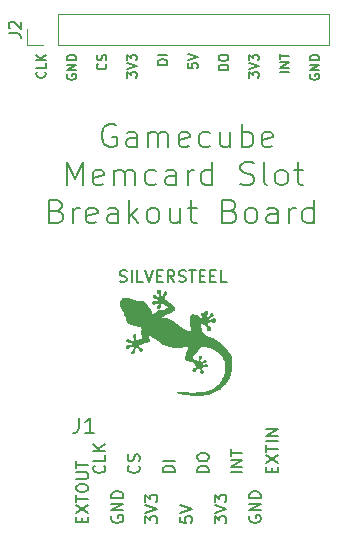
<source format=gbr>
%TF.GenerationSoftware,KiCad,Pcbnew,7.0.7*%
%TF.CreationDate,2024-03-08T17:36:46-05:00*%
%TF.ProjectId,MemcardBreakout,4d656d63-6172-4644-9272-65616b6f7574,rev?*%
%TF.SameCoordinates,Original*%
%TF.FileFunction,Legend,Top*%
%TF.FilePolarity,Positive*%
%FSLAX46Y46*%
G04 Gerber Fmt 4.6, Leading zero omitted, Abs format (unit mm)*
G04 Created by KiCad (PCBNEW 7.0.7) date 2024-03-08 17:36:46*
%MOMM*%
%LPD*%
G01*
G04 APERTURE LIST*
%ADD10C,0.150000*%
%ADD11C,0.200000*%
%ADD12C,0.160000*%
%ADD13C,0.120000*%
G04 APERTURE END LIST*
D10*
X138566760Y-79349600D02*
X138709617Y-79397219D01*
X138709617Y-79397219D02*
X138947712Y-79397219D01*
X138947712Y-79397219D02*
X139042950Y-79349600D01*
X139042950Y-79349600D02*
X139090569Y-79301980D01*
X139090569Y-79301980D02*
X139138188Y-79206742D01*
X139138188Y-79206742D02*
X139138188Y-79111504D01*
X139138188Y-79111504D02*
X139090569Y-79016266D01*
X139090569Y-79016266D02*
X139042950Y-78968647D01*
X139042950Y-78968647D02*
X138947712Y-78921028D01*
X138947712Y-78921028D02*
X138757236Y-78873409D01*
X138757236Y-78873409D02*
X138661998Y-78825790D01*
X138661998Y-78825790D02*
X138614379Y-78778171D01*
X138614379Y-78778171D02*
X138566760Y-78682933D01*
X138566760Y-78682933D02*
X138566760Y-78587695D01*
X138566760Y-78587695D02*
X138614379Y-78492457D01*
X138614379Y-78492457D02*
X138661998Y-78444838D01*
X138661998Y-78444838D02*
X138757236Y-78397219D01*
X138757236Y-78397219D02*
X138995331Y-78397219D01*
X138995331Y-78397219D02*
X139138188Y-78444838D01*
X139566760Y-79397219D02*
X139566760Y-78397219D01*
X140519140Y-79397219D02*
X140042950Y-79397219D01*
X140042950Y-79397219D02*
X140042950Y-78397219D01*
X140709617Y-78397219D02*
X141042950Y-79397219D01*
X141042950Y-79397219D02*
X141376283Y-78397219D01*
X141709617Y-78873409D02*
X142042950Y-78873409D01*
X142185807Y-79397219D02*
X141709617Y-79397219D01*
X141709617Y-79397219D02*
X141709617Y-78397219D01*
X141709617Y-78397219D02*
X142185807Y-78397219D01*
X143185807Y-79397219D02*
X142852474Y-78921028D01*
X142614379Y-79397219D02*
X142614379Y-78397219D01*
X142614379Y-78397219D02*
X142995331Y-78397219D01*
X142995331Y-78397219D02*
X143090569Y-78444838D01*
X143090569Y-78444838D02*
X143138188Y-78492457D01*
X143138188Y-78492457D02*
X143185807Y-78587695D01*
X143185807Y-78587695D02*
X143185807Y-78730552D01*
X143185807Y-78730552D02*
X143138188Y-78825790D01*
X143138188Y-78825790D02*
X143090569Y-78873409D01*
X143090569Y-78873409D02*
X142995331Y-78921028D01*
X142995331Y-78921028D02*
X142614379Y-78921028D01*
X143566760Y-79349600D02*
X143709617Y-79397219D01*
X143709617Y-79397219D02*
X143947712Y-79397219D01*
X143947712Y-79397219D02*
X144042950Y-79349600D01*
X144042950Y-79349600D02*
X144090569Y-79301980D01*
X144090569Y-79301980D02*
X144138188Y-79206742D01*
X144138188Y-79206742D02*
X144138188Y-79111504D01*
X144138188Y-79111504D02*
X144090569Y-79016266D01*
X144090569Y-79016266D02*
X144042950Y-78968647D01*
X144042950Y-78968647D02*
X143947712Y-78921028D01*
X143947712Y-78921028D02*
X143757236Y-78873409D01*
X143757236Y-78873409D02*
X143661998Y-78825790D01*
X143661998Y-78825790D02*
X143614379Y-78778171D01*
X143614379Y-78778171D02*
X143566760Y-78682933D01*
X143566760Y-78682933D02*
X143566760Y-78587695D01*
X143566760Y-78587695D02*
X143614379Y-78492457D01*
X143614379Y-78492457D02*
X143661998Y-78444838D01*
X143661998Y-78444838D02*
X143757236Y-78397219D01*
X143757236Y-78397219D02*
X143995331Y-78397219D01*
X143995331Y-78397219D02*
X144138188Y-78444838D01*
X144423903Y-78397219D02*
X144995331Y-78397219D01*
X144709617Y-79397219D02*
X144709617Y-78397219D01*
X145328665Y-78873409D02*
X145661998Y-78873409D01*
X145804855Y-79397219D02*
X145328665Y-79397219D01*
X145328665Y-79397219D02*
X145328665Y-78397219D01*
X145328665Y-78397219D02*
X145804855Y-78397219D01*
X146233427Y-78873409D02*
X146566760Y-78873409D01*
X146709617Y-79397219D02*
X146233427Y-79397219D01*
X146233427Y-79397219D02*
X146233427Y-78397219D01*
X146233427Y-78397219D02*
X146709617Y-78397219D01*
X147614379Y-79397219D02*
X147138189Y-79397219D01*
X147138189Y-79397219D02*
X147138189Y-78397219D01*
X135363009Y-99739220D02*
X135363009Y-99405887D01*
X135886819Y-99263030D02*
X135886819Y-99739220D01*
X135886819Y-99739220D02*
X134886819Y-99739220D01*
X134886819Y-99739220D02*
X134886819Y-99263030D01*
X134886819Y-98929696D02*
X135886819Y-98263030D01*
X134886819Y-98263030D02*
X135886819Y-98929696D01*
X134886819Y-98024934D02*
X134886819Y-97453506D01*
X135886819Y-97739220D02*
X134886819Y-97739220D01*
X134886819Y-96929696D02*
X134886819Y-96739220D01*
X134886819Y-96739220D02*
X134934438Y-96643982D01*
X134934438Y-96643982D02*
X135029676Y-96548744D01*
X135029676Y-96548744D02*
X135220152Y-96501125D01*
X135220152Y-96501125D02*
X135553485Y-96501125D01*
X135553485Y-96501125D02*
X135743961Y-96548744D01*
X135743961Y-96548744D02*
X135839200Y-96643982D01*
X135839200Y-96643982D02*
X135886819Y-96739220D01*
X135886819Y-96739220D02*
X135886819Y-96929696D01*
X135886819Y-96929696D02*
X135839200Y-97024934D01*
X135839200Y-97024934D02*
X135743961Y-97120172D01*
X135743961Y-97120172D02*
X135553485Y-97167791D01*
X135553485Y-97167791D02*
X135220152Y-97167791D01*
X135220152Y-97167791D02*
X135029676Y-97120172D01*
X135029676Y-97120172D02*
X134934438Y-97024934D01*
X134934438Y-97024934D02*
X134886819Y-96929696D01*
X134886819Y-96072553D02*
X135696342Y-96072553D01*
X135696342Y-96072553D02*
X135791580Y-96024934D01*
X135791580Y-96024934D02*
X135839200Y-95977315D01*
X135839200Y-95977315D02*
X135886819Y-95882077D01*
X135886819Y-95882077D02*
X135886819Y-95691601D01*
X135886819Y-95691601D02*
X135839200Y-95596363D01*
X135839200Y-95596363D02*
X135791580Y-95548744D01*
X135791580Y-95548744D02*
X135696342Y-95501125D01*
X135696342Y-95501125D02*
X134886819Y-95501125D01*
X134886819Y-95167791D02*
X134886819Y-94596363D01*
X135886819Y-94882077D02*
X134886819Y-94882077D01*
X151415809Y-95522820D02*
X151415809Y-95189487D01*
X151939619Y-95046630D02*
X151939619Y-95522820D01*
X151939619Y-95522820D02*
X150939619Y-95522820D01*
X150939619Y-95522820D02*
X150939619Y-95046630D01*
X150939619Y-94713296D02*
X151939619Y-94046630D01*
X150939619Y-94046630D02*
X151939619Y-94713296D01*
X150939619Y-93808534D02*
X150939619Y-93237106D01*
X151939619Y-93522820D02*
X150939619Y-93522820D01*
X151939619Y-92903772D02*
X150939619Y-92903772D01*
X151939619Y-92427582D02*
X150939619Y-92427582D01*
X150939619Y-92427582D02*
X151939619Y-91856154D01*
X151939619Y-91856154D02*
X150939619Y-91856154D01*
X148942419Y-95522820D02*
X147942419Y-95522820D01*
X148942419Y-95046630D02*
X147942419Y-95046630D01*
X147942419Y-95046630D02*
X148942419Y-94475202D01*
X148942419Y-94475202D02*
X147942419Y-94475202D01*
X147942419Y-94141868D02*
X147942419Y-93570440D01*
X148942419Y-93856154D02*
X147942419Y-93856154D01*
X146123019Y-95522820D02*
X145123019Y-95522820D01*
X145123019Y-95522820D02*
X145123019Y-95284725D01*
X145123019Y-95284725D02*
X145170638Y-95141868D01*
X145170638Y-95141868D02*
X145265876Y-95046630D01*
X145265876Y-95046630D02*
X145361114Y-94999011D01*
X145361114Y-94999011D02*
X145551590Y-94951392D01*
X145551590Y-94951392D02*
X145694447Y-94951392D01*
X145694447Y-94951392D02*
X145884923Y-94999011D01*
X145884923Y-94999011D02*
X145980161Y-95046630D01*
X145980161Y-95046630D02*
X146075400Y-95141868D01*
X146075400Y-95141868D02*
X146123019Y-95284725D01*
X146123019Y-95284725D02*
X146123019Y-95522820D01*
X145123019Y-94332344D02*
X145123019Y-94141868D01*
X145123019Y-94141868D02*
X145170638Y-94046630D01*
X145170638Y-94046630D02*
X145265876Y-93951392D01*
X145265876Y-93951392D02*
X145456352Y-93903773D01*
X145456352Y-93903773D02*
X145789685Y-93903773D01*
X145789685Y-93903773D02*
X145980161Y-93951392D01*
X145980161Y-93951392D02*
X146075400Y-94046630D01*
X146075400Y-94046630D02*
X146123019Y-94141868D01*
X146123019Y-94141868D02*
X146123019Y-94332344D01*
X146123019Y-94332344D02*
X146075400Y-94427582D01*
X146075400Y-94427582D02*
X145980161Y-94522820D01*
X145980161Y-94522820D02*
X145789685Y-94570439D01*
X145789685Y-94570439D02*
X145456352Y-94570439D01*
X145456352Y-94570439D02*
X145265876Y-94522820D01*
X145265876Y-94522820D02*
X145170638Y-94427582D01*
X145170638Y-94427582D02*
X145123019Y-94332344D01*
X143202019Y-95522820D02*
X142202019Y-95522820D01*
X142202019Y-95522820D02*
X142202019Y-95284725D01*
X142202019Y-95284725D02*
X142249638Y-95141868D01*
X142249638Y-95141868D02*
X142344876Y-95046630D01*
X142344876Y-95046630D02*
X142440114Y-94999011D01*
X142440114Y-94999011D02*
X142630590Y-94951392D01*
X142630590Y-94951392D02*
X142773447Y-94951392D01*
X142773447Y-94951392D02*
X142963923Y-94999011D01*
X142963923Y-94999011D02*
X143059161Y-95046630D01*
X143059161Y-95046630D02*
X143154400Y-95141868D01*
X143154400Y-95141868D02*
X143202019Y-95284725D01*
X143202019Y-95284725D02*
X143202019Y-95522820D01*
X143202019Y-94522820D02*
X142202019Y-94522820D01*
X140160380Y-94951392D02*
X140208000Y-94999011D01*
X140208000Y-94999011D02*
X140255619Y-95141868D01*
X140255619Y-95141868D02*
X140255619Y-95237106D01*
X140255619Y-95237106D02*
X140208000Y-95379963D01*
X140208000Y-95379963D02*
X140112761Y-95475201D01*
X140112761Y-95475201D02*
X140017523Y-95522820D01*
X140017523Y-95522820D02*
X139827047Y-95570439D01*
X139827047Y-95570439D02*
X139684190Y-95570439D01*
X139684190Y-95570439D02*
X139493714Y-95522820D01*
X139493714Y-95522820D02*
X139398476Y-95475201D01*
X139398476Y-95475201D02*
X139303238Y-95379963D01*
X139303238Y-95379963D02*
X139255619Y-95237106D01*
X139255619Y-95237106D02*
X139255619Y-95141868D01*
X139255619Y-95141868D02*
X139303238Y-94999011D01*
X139303238Y-94999011D02*
X139350857Y-94951392D01*
X140208000Y-94570439D02*
X140255619Y-94427582D01*
X140255619Y-94427582D02*
X140255619Y-94189487D01*
X140255619Y-94189487D02*
X140208000Y-94094249D01*
X140208000Y-94094249D02*
X140160380Y-94046630D01*
X140160380Y-94046630D02*
X140065142Y-93999011D01*
X140065142Y-93999011D02*
X139969904Y-93999011D01*
X139969904Y-93999011D02*
X139874666Y-94046630D01*
X139874666Y-94046630D02*
X139827047Y-94094249D01*
X139827047Y-94094249D02*
X139779428Y-94189487D01*
X139779428Y-94189487D02*
X139731809Y-94379963D01*
X139731809Y-94379963D02*
X139684190Y-94475201D01*
X139684190Y-94475201D02*
X139636571Y-94522820D01*
X139636571Y-94522820D02*
X139541333Y-94570439D01*
X139541333Y-94570439D02*
X139446095Y-94570439D01*
X139446095Y-94570439D02*
X139350857Y-94522820D01*
X139350857Y-94522820D02*
X139303238Y-94475201D01*
X139303238Y-94475201D02*
X139255619Y-94379963D01*
X139255619Y-94379963D02*
X139255619Y-94141868D01*
X139255619Y-94141868D02*
X139303238Y-93999011D01*
X149564838Y-99215411D02*
X149517219Y-99310649D01*
X149517219Y-99310649D02*
X149517219Y-99453506D01*
X149517219Y-99453506D02*
X149564838Y-99596363D01*
X149564838Y-99596363D02*
X149660076Y-99691601D01*
X149660076Y-99691601D02*
X149755314Y-99739220D01*
X149755314Y-99739220D02*
X149945790Y-99786839D01*
X149945790Y-99786839D02*
X150088647Y-99786839D01*
X150088647Y-99786839D02*
X150279123Y-99739220D01*
X150279123Y-99739220D02*
X150374361Y-99691601D01*
X150374361Y-99691601D02*
X150469600Y-99596363D01*
X150469600Y-99596363D02*
X150517219Y-99453506D01*
X150517219Y-99453506D02*
X150517219Y-99358268D01*
X150517219Y-99358268D02*
X150469600Y-99215411D01*
X150469600Y-99215411D02*
X150421980Y-99167792D01*
X150421980Y-99167792D02*
X150088647Y-99167792D01*
X150088647Y-99167792D02*
X150088647Y-99358268D01*
X150517219Y-98739220D02*
X149517219Y-98739220D01*
X149517219Y-98739220D02*
X150517219Y-98167792D01*
X150517219Y-98167792D02*
X149517219Y-98167792D01*
X150517219Y-97691601D02*
X149517219Y-97691601D01*
X149517219Y-97691601D02*
X149517219Y-97453506D01*
X149517219Y-97453506D02*
X149564838Y-97310649D01*
X149564838Y-97310649D02*
X149660076Y-97215411D01*
X149660076Y-97215411D02*
X149755314Y-97167792D01*
X149755314Y-97167792D02*
X149945790Y-97120173D01*
X149945790Y-97120173D02*
X150088647Y-97120173D01*
X150088647Y-97120173D02*
X150279123Y-97167792D01*
X150279123Y-97167792D02*
X150374361Y-97215411D01*
X150374361Y-97215411D02*
X150469600Y-97310649D01*
X150469600Y-97310649D02*
X150517219Y-97453506D01*
X150517219Y-97453506D02*
X150517219Y-97691601D01*
X146596219Y-99834458D02*
X146596219Y-99215411D01*
X146596219Y-99215411D02*
X146977171Y-99548744D01*
X146977171Y-99548744D02*
X146977171Y-99405887D01*
X146977171Y-99405887D02*
X147024790Y-99310649D01*
X147024790Y-99310649D02*
X147072409Y-99263030D01*
X147072409Y-99263030D02*
X147167647Y-99215411D01*
X147167647Y-99215411D02*
X147405742Y-99215411D01*
X147405742Y-99215411D02*
X147500980Y-99263030D01*
X147500980Y-99263030D02*
X147548600Y-99310649D01*
X147548600Y-99310649D02*
X147596219Y-99405887D01*
X147596219Y-99405887D02*
X147596219Y-99691601D01*
X147596219Y-99691601D02*
X147548600Y-99786839D01*
X147548600Y-99786839D02*
X147500980Y-99834458D01*
X146596219Y-98929696D02*
X147596219Y-98596363D01*
X147596219Y-98596363D02*
X146596219Y-98263030D01*
X146596219Y-98024934D02*
X146596219Y-97405887D01*
X146596219Y-97405887D02*
X146977171Y-97739220D01*
X146977171Y-97739220D02*
X146977171Y-97596363D01*
X146977171Y-97596363D02*
X147024790Y-97501125D01*
X147024790Y-97501125D02*
X147072409Y-97453506D01*
X147072409Y-97453506D02*
X147167647Y-97405887D01*
X147167647Y-97405887D02*
X147405742Y-97405887D01*
X147405742Y-97405887D02*
X147500980Y-97453506D01*
X147500980Y-97453506D02*
X147548600Y-97501125D01*
X147548600Y-97501125D02*
X147596219Y-97596363D01*
X147596219Y-97596363D02*
X147596219Y-97882077D01*
X147596219Y-97882077D02*
X147548600Y-97977315D01*
X147548600Y-97977315D02*
X147500980Y-98024934D01*
X143675219Y-99263030D02*
X143675219Y-99739220D01*
X143675219Y-99739220D02*
X144151409Y-99786839D01*
X144151409Y-99786839D02*
X144103790Y-99739220D01*
X144103790Y-99739220D02*
X144056171Y-99643982D01*
X144056171Y-99643982D02*
X144056171Y-99405887D01*
X144056171Y-99405887D02*
X144103790Y-99310649D01*
X144103790Y-99310649D02*
X144151409Y-99263030D01*
X144151409Y-99263030D02*
X144246647Y-99215411D01*
X144246647Y-99215411D02*
X144484742Y-99215411D01*
X144484742Y-99215411D02*
X144579980Y-99263030D01*
X144579980Y-99263030D02*
X144627600Y-99310649D01*
X144627600Y-99310649D02*
X144675219Y-99405887D01*
X144675219Y-99405887D02*
X144675219Y-99643982D01*
X144675219Y-99643982D02*
X144627600Y-99739220D01*
X144627600Y-99739220D02*
X144579980Y-99786839D01*
X143675219Y-98929696D02*
X144675219Y-98596363D01*
X144675219Y-98596363D02*
X143675219Y-98263030D01*
X140728819Y-99834458D02*
X140728819Y-99215411D01*
X140728819Y-99215411D02*
X141109771Y-99548744D01*
X141109771Y-99548744D02*
X141109771Y-99405887D01*
X141109771Y-99405887D02*
X141157390Y-99310649D01*
X141157390Y-99310649D02*
X141205009Y-99263030D01*
X141205009Y-99263030D02*
X141300247Y-99215411D01*
X141300247Y-99215411D02*
X141538342Y-99215411D01*
X141538342Y-99215411D02*
X141633580Y-99263030D01*
X141633580Y-99263030D02*
X141681200Y-99310649D01*
X141681200Y-99310649D02*
X141728819Y-99405887D01*
X141728819Y-99405887D02*
X141728819Y-99691601D01*
X141728819Y-99691601D02*
X141681200Y-99786839D01*
X141681200Y-99786839D02*
X141633580Y-99834458D01*
X140728819Y-98929696D02*
X141728819Y-98596363D01*
X141728819Y-98596363D02*
X140728819Y-98263030D01*
X140728819Y-98024934D02*
X140728819Y-97405887D01*
X140728819Y-97405887D02*
X141109771Y-97739220D01*
X141109771Y-97739220D02*
X141109771Y-97596363D01*
X141109771Y-97596363D02*
X141157390Y-97501125D01*
X141157390Y-97501125D02*
X141205009Y-97453506D01*
X141205009Y-97453506D02*
X141300247Y-97405887D01*
X141300247Y-97405887D02*
X141538342Y-97405887D01*
X141538342Y-97405887D02*
X141633580Y-97453506D01*
X141633580Y-97453506D02*
X141681200Y-97501125D01*
X141681200Y-97501125D02*
X141728819Y-97596363D01*
X141728819Y-97596363D02*
X141728819Y-97882077D01*
X141728819Y-97882077D02*
X141681200Y-97977315D01*
X141681200Y-97977315D02*
X141633580Y-98024934D01*
X137906238Y-99215411D02*
X137858619Y-99310649D01*
X137858619Y-99310649D02*
X137858619Y-99453506D01*
X137858619Y-99453506D02*
X137906238Y-99596363D01*
X137906238Y-99596363D02*
X138001476Y-99691601D01*
X138001476Y-99691601D02*
X138096714Y-99739220D01*
X138096714Y-99739220D02*
X138287190Y-99786839D01*
X138287190Y-99786839D02*
X138430047Y-99786839D01*
X138430047Y-99786839D02*
X138620523Y-99739220D01*
X138620523Y-99739220D02*
X138715761Y-99691601D01*
X138715761Y-99691601D02*
X138811000Y-99596363D01*
X138811000Y-99596363D02*
X138858619Y-99453506D01*
X138858619Y-99453506D02*
X138858619Y-99358268D01*
X138858619Y-99358268D02*
X138811000Y-99215411D01*
X138811000Y-99215411D02*
X138763380Y-99167792D01*
X138763380Y-99167792D02*
X138430047Y-99167792D01*
X138430047Y-99167792D02*
X138430047Y-99358268D01*
X138858619Y-98739220D02*
X137858619Y-98739220D01*
X137858619Y-98739220D02*
X138858619Y-98167792D01*
X138858619Y-98167792D02*
X137858619Y-98167792D01*
X138858619Y-97691601D02*
X137858619Y-97691601D01*
X137858619Y-97691601D02*
X137858619Y-97453506D01*
X137858619Y-97453506D02*
X137906238Y-97310649D01*
X137906238Y-97310649D02*
X138001476Y-97215411D01*
X138001476Y-97215411D02*
X138096714Y-97167792D01*
X138096714Y-97167792D02*
X138287190Y-97120173D01*
X138287190Y-97120173D02*
X138430047Y-97120173D01*
X138430047Y-97120173D02*
X138620523Y-97167792D01*
X138620523Y-97167792D02*
X138715761Y-97215411D01*
X138715761Y-97215411D02*
X138811000Y-97310649D01*
X138811000Y-97310649D02*
X138858619Y-97453506D01*
X138858619Y-97453506D02*
X138858619Y-97691601D01*
X137239380Y-94951392D02*
X137287000Y-94999011D01*
X137287000Y-94999011D02*
X137334619Y-95141868D01*
X137334619Y-95141868D02*
X137334619Y-95237106D01*
X137334619Y-95237106D02*
X137287000Y-95379963D01*
X137287000Y-95379963D02*
X137191761Y-95475201D01*
X137191761Y-95475201D02*
X137096523Y-95522820D01*
X137096523Y-95522820D02*
X136906047Y-95570439D01*
X136906047Y-95570439D02*
X136763190Y-95570439D01*
X136763190Y-95570439D02*
X136572714Y-95522820D01*
X136572714Y-95522820D02*
X136477476Y-95475201D01*
X136477476Y-95475201D02*
X136382238Y-95379963D01*
X136382238Y-95379963D02*
X136334619Y-95237106D01*
X136334619Y-95237106D02*
X136334619Y-95141868D01*
X136334619Y-95141868D02*
X136382238Y-94999011D01*
X136382238Y-94999011D02*
X136429857Y-94951392D01*
X137334619Y-94046630D02*
X137334619Y-94522820D01*
X137334619Y-94522820D02*
X136334619Y-94522820D01*
X137334619Y-93713296D02*
X136334619Y-93713296D01*
X137334619Y-93141868D02*
X136763190Y-93570439D01*
X136334619Y-93141868D02*
X136906047Y-93713296D01*
D11*
X138205217Y-66101476D02*
X138014741Y-66006238D01*
X138014741Y-66006238D02*
X137729027Y-66006238D01*
X137729027Y-66006238D02*
X137443312Y-66101476D01*
X137443312Y-66101476D02*
X137252836Y-66291952D01*
X137252836Y-66291952D02*
X137157598Y-66482428D01*
X137157598Y-66482428D02*
X137062360Y-66863380D01*
X137062360Y-66863380D02*
X137062360Y-67149095D01*
X137062360Y-67149095D02*
X137157598Y-67530047D01*
X137157598Y-67530047D02*
X137252836Y-67720523D01*
X137252836Y-67720523D02*
X137443312Y-67911000D01*
X137443312Y-67911000D02*
X137729027Y-68006238D01*
X137729027Y-68006238D02*
X137919503Y-68006238D01*
X137919503Y-68006238D02*
X138205217Y-67911000D01*
X138205217Y-67911000D02*
X138300455Y-67815761D01*
X138300455Y-67815761D02*
X138300455Y-67149095D01*
X138300455Y-67149095D02*
X137919503Y-67149095D01*
X140014741Y-68006238D02*
X140014741Y-66958619D01*
X140014741Y-66958619D02*
X139919503Y-66768142D01*
X139919503Y-66768142D02*
X139729027Y-66672904D01*
X139729027Y-66672904D02*
X139348074Y-66672904D01*
X139348074Y-66672904D02*
X139157598Y-66768142D01*
X140014741Y-67911000D02*
X139824265Y-68006238D01*
X139824265Y-68006238D02*
X139348074Y-68006238D01*
X139348074Y-68006238D02*
X139157598Y-67911000D01*
X139157598Y-67911000D02*
X139062360Y-67720523D01*
X139062360Y-67720523D02*
X139062360Y-67530047D01*
X139062360Y-67530047D02*
X139157598Y-67339571D01*
X139157598Y-67339571D02*
X139348074Y-67244333D01*
X139348074Y-67244333D02*
X139824265Y-67244333D01*
X139824265Y-67244333D02*
X140014741Y-67149095D01*
X140967122Y-68006238D02*
X140967122Y-66672904D01*
X140967122Y-66863380D02*
X141062360Y-66768142D01*
X141062360Y-66768142D02*
X141252836Y-66672904D01*
X141252836Y-66672904D02*
X141538551Y-66672904D01*
X141538551Y-66672904D02*
X141729027Y-66768142D01*
X141729027Y-66768142D02*
X141824265Y-66958619D01*
X141824265Y-66958619D02*
X141824265Y-68006238D01*
X141824265Y-66958619D02*
X141919503Y-66768142D01*
X141919503Y-66768142D02*
X142109979Y-66672904D01*
X142109979Y-66672904D02*
X142395693Y-66672904D01*
X142395693Y-66672904D02*
X142586170Y-66768142D01*
X142586170Y-66768142D02*
X142681408Y-66958619D01*
X142681408Y-66958619D02*
X142681408Y-68006238D01*
X144395694Y-67911000D02*
X144205218Y-68006238D01*
X144205218Y-68006238D02*
X143824265Y-68006238D01*
X143824265Y-68006238D02*
X143633789Y-67911000D01*
X143633789Y-67911000D02*
X143538551Y-67720523D01*
X143538551Y-67720523D02*
X143538551Y-66958619D01*
X143538551Y-66958619D02*
X143633789Y-66768142D01*
X143633789Y-66768142D02*
X143824265Y-66672904D01*
X143824265Y-66672904D02*
X144205218Y-66672904D01*
X144205218Y-66672904D02*
X144395694Y-66768142D01*
X144395694Y-66768142D02*
X144490932Y-66958619D01*
X144490932Y-66958619D02*
X144490932Y-67149095D01*
X144490932Y-67149095D02*
X143538551Y-67339571D01*
X146205218Y-67911000D02*
X146014742Y-68006238D01*
X146014742Y-68006238D02*
X145633789Y-68006238D01*
X145633789Y-68006238D02*
X145443313Y-67911000D01*
X145443313Y-67911000D02*
X145348075Y-67815761D01*
X145348075Y-67815761D02*
X145252837Y-67625285D01*
X145252837Y-67625285D02*
X145252837Y-67053857D01*
X145252837Y-67053857D02*
X145348075Y-66863380D01*
X145348075Y-66863380D02*
X145443313Y-66768142D01*
X145443313Y-66768142D02*
X145633789Y-66672904D01*
X145633789Y-66672904D02*
X146014742Y-66672904D01*
X146014742Y-66672904D02*
X146205218Y-66768142D01*
X147919504Y-66672904D02*
X147919504Y-68006238D01*
X147062361Y-66672904D02*
X147062361Y-67720523D01*
X147062361Y-67720523D02*
X147157599Y-67911000D01*
X147157599Y-67911000D02*
X147348075Y-68006238D01*
X147348075Y-68006238D02*
X147633790Y-68006238D01*
X147633790Y-68006238D02*
X147824266Y-67911000D01*
X147824266Y-67911000D02*
X147919504Y-67815761D01*
X148871885Y-68006238D02*
X148871885Y-66006238D01*
X148871885Y-66768142D02*
X149062361Y-66672904D01*
X149062361Y-66672904D02*
X149443314Y-66672904D01*
X149443314Y-66672904D02*
X149633790Y-66768142D01*
X149633790Y-66768142D02*
X149729028Y-66863380D01*
X149729028Y-66863380D02*
X149824266Y-67053857D01*
X149824266Y-67053857D02*
X149824266Y-67625285D01*
X149824266Y-67625285D02*
X149729028Y-67815761D01*
X149729028Y-67815761D02*
X149633790Y-67911000D01*
X149633790Y-67911000D02*
X149443314Y-68006238D01*
X149443314Y-68006238D02*
X149062361Y-68006238D01*
X149062361Y-68006238D02*
X148871885Y-67911000D01*
X151443314Y-67911000D02*
X151252838Y-68006238D01*
X151252838Y-68006238D02*
X150871885Y-68006238D01*
X150871885Y-68006238D02*
X150681409Y-67911000D01*
X150681409Y-67911000D02*
X150586171Y-67720523D01*
X150586171Y-67720523D02*
X150586171Y-66958619D01*
X150586171Y-66958619D02*
X150681409Y-66768142D01*
X150681409Y-66768142D02*
X150871885Y-66672904D01*
X150871885Y-66672904D02*
X151252838Y-66672904D01*
X151252838Y-66672904D02*
X151443314Y-66768142D01*
X151443314Y-66768142D02*
X151538552Y-66958619D01*
X151538552Y-66958619D02*
X151538552Y-67149095D01*
X151538552Y-67149095D02*
X150586171Y-67339571D01*
X134109978Y-71226238D02*
X134109978Y-69226238D01*
X134109978Y-69226238D02*
X134776645Y-70654809D01*
X134776645Y-70654809D02*
X135443311Y-69226238D01*
X135443311Y-69226238D02*
X135443311Y-71226238D01*
X137157597Y-71131000D02*
X136967121Y-71226238D01*
X136967121Y-71226238D02*
X136586168Y-71226238D01*
X136586168Y-71226238D02*
X136395692Y-71131000D01*
X136395692Y-71131000D02*
X136300454Y-70940523D01*
X136300454Y-70940523D02*
X136300454Y-70178619D01*
X136300454Y-70178619D02*
X136395692Y-69988142D01*
X136395692Y-69988142D02*
X136586168Y-69892904D01*
X136586168Y-69892904D02*
X136967121Y-69892904D01*
X136967121Y-69892904D02*
X137157597Y-69988142D01*
X137157597Y-69988142D02*
X137252835Y-70178619D01*
X137252835Y-70178619D02*
X137252835Y-70369095D01*
X137252835Y-70369095D02*
X136300454Y-70559571D01*
X138109978Y-71226238D02*
X138109978Y-69892904D01*
X138109978Y-70083380D02*
X138205216Y-69988142D01*
X138205216Y-69988142D02*
X138395692Y-69892904D01*
X138395692Y-69892904D02*
X138681407Y-69892904D01*
X138681407Y-69892904D02*
X138871883Y-69988142D01*
X138871883Y-69988142D02*
X138967121Y-70178619D01*
X138967121Y-70178619D02*
X138967121Y-71226238D01*
X138967121Y-70178619D02*
X139062359Y-69988142D01*
X139062359Y-69988142D02*
X139252835Y-69892904D01*
X139252835Y-69892904D02*
X139538549Y-69892904D01*
X139538549Y-69892904D02*
X139729026Y-69988142D01*
X139729026Y-69988142D02*
X139824264Y-70178619D01*
X139824264Y-70178619D02*
X139824264Y-71226238D01*
X141633788Y-71131000D02*
X141443312Y-71226238D01*
X141443312Y-71226238D02*
X141062359Y-71226238D01*
X141062359Y-71226238D02*
X140871883Y-71131000D01*
X140871883Y-71131000D02*
X140776645Y-71035761D01*
X140776645Y-71035761D02*
X140681407Y-70845285D01*
X140681407Y-70845285D02*
X140681407Y-70273857D01*
X140681407Y-70273857D02*
X140776645Y-70083380D01*
X140776645Y-70083380D02*
X140871883Y-69988142D01*
X140871883Y-69988142D02*
X141062359Y-69892904D01*
X141062359Y-69892904D02*
X141443312Y-69892904D01*
X141443312Y-69892904D02*
X141633788Y-69988142D01*
X143348074Y-71226238D02*
X143348074Y-70178619D01*
X143348074Y-70178619D02*
X143252836Y-69988142D01*
X143252836Y-69988142D02*
X143062360Y-69892904D01*
X143062360Y-69892904D02*
X142681407Y-69892904D01*
X142681407Y-69892904D02*
X142490931Y-69988142D01*
X143348074Y-71131000D02*
X143157598Y-71226238D01*
X143157598Y-71226238D02*
X142681407Y-71226238D01*
X142681407Y-71226238D02*
X142490931Y-71131000D01*
X142490931Y-71131000D02*
X142395693Y-70940523D01*
X142395693Y-70940523D02*
X142395693Y-70750047D01*
X142395693Y-70750047D02*
X142490931Y-70559571D01*
X142490931Y-70559571D02*
X142681407Y-70464333D01*
X142681407Y-70464333D02*
X143157598Y-70464333D01*
X143157598Y-70464333D02*
X143348074Y-70369095D01*
X144300455Y-71226238D02*
X144300455Y-69892904D01*
X144300455Y-70273857D02*
X144395693Y-70083380D01*
X144395693Y-70083380D02*
X144490931Y-69988142D01*
X144490931Y-69988142D02*
X144681407Y-69892904D01*
X144681407Y-69892904D02*
X144871884Y-69892904D01*
X146395693Y-71226238D02*
X146395693Y-69226238D01*
X146395693Y-71131000D02*
X146205217Y-71226238D01*
X146205217Y-71226238D02*
X145824264Y-71226238D01*
X145824264Y-71226238D02*
X145633788Y-71131000D01*
X145633788Y-71131000D02*
X145538550Y-71035761D01*
X145538550Y-71035761D02*
X145443312Y-70845285D01*
X145443312Y-70845285D02*
X145443312Y-70273857D01*
X145443312Y-70273857D02*
X145538550Y-70083380D01*
X145538550Y-70083380D02*
X145633788Y-69988142D01*
X145633788Y-69988142D02*
X145824264Y-69892904D01*
X145824264Y-69892904D02*
X146205217Y-69892904D01*
X146205217Y-69892904D02*
X146395693Y-69988142D01*
X148776646Y-71131000D02*
X149062360Y-71226238D01*
X149062360Y-71226238D02*
X149538551Y-71226238D01*
X149538551Y-71226238D02*
X149729027Y-71131000D01*
X149729027Y-71131000D02*
X149824265Y-71035761D01*
X149824265Y-71035761D02*
X149919503Y-70845285D01*
X149919503Y-70845285D02*
X149919503Y-70654809D01*
X149919503Y-70654809D02*
X149824265Y-70464333D01*
X149824265Y-70464333D02*
X149729027Y-70369095D01*
X149729027Y-70369095D02*
X149538551Y-70273857D01*
X149538551Y-70273857D02*
X149157598Y-70178619D01*
X149157598Y-70178619D02*
X148967122Y-70083380D01*
X148967122Y-70083380D02*
X148871884Y-69988142D01*
X148871884Y-69988142D02*
X148776646Y-69797666D01*
X148776646Y-69797666D02*
X148776646Y-69607190D01*
X148776646Y-69607190D02*
X148871884Y-69416714D01*
X148871884Y-69416714D02*
X148967122Y-69321476D01*
X148967122Y-69321476D02*
X149157598Y-69226238D01*
X149157598Y-69226238D02*
X149633789Y-69226238D01*
X149633789Y-69226238D02*
X149919503Y-69321476D01*
X151062360Y-71226238D02*
X150871884Y-71131000D01*
X150871884Y-71131000D02*
X150776646Y-70940523D01*
X150776646Y-70940523D02*
X150776646Y-69226238D01*
X152109979Y-71226238D02*
X151919503Y-71131000D01*
X151919503Y-71131000D02*
X151824265Y-71035761D01*
X151824265Y-71035761D02*
X151729027Y-70845285D01*
X151729027Y-70845285D02*
X151729027Y-70273857D01*
X151729027Y-70273857D02*
X151824265Y-70083380D01*
X151824265Y-70083380D02*
X151919503Y-69988142D01*
X151919503Y-69988142D02*
X152109979Y-69892904D01*
X152109979Y-69892904D02*
X152395694Y-69892904D01*
X152395694Y-69892904D02*
X152586170Y-69988142D01*
X152586170Y-69988142D02*
X152681408Y-70083380D01*
X152681408Y-70083380D02*
X152776646Y-70273857D01*
X152776646Y-70273857D02*
X152776646Y-70845285D01*
X152776646Y-70845285D02*
X152681408Y-71035761D01*
X152681408Y-71035761D02*
X152586170Y-71131000D01*
X152586170Y-71131000D02*
X152395694Y-71226238D01*
X152395694Y-71226238D02*
X152109979Y-71226238D01*
X153348075Y-69892904D02*
X154109979Y-69892904D01*
X153633789Y-69226238D02*
X153633789Y-70940523D01*
X153633789Y-70940523D02*
X153729027Y-71131000D01*
X153729027Y-71131000D02*
X153919503Y-71226238D01*
X153919503Y-71226238D02*
X154109979Y-71226238D01*
X133252835Y-73398619D02*
X133538549Y-73493857D01*
X133538549Y-73493857D02*
X133633787Y-73589095D01*
X133633787Y-73589095D02*
X133729025Y-73779571D01*
X133729025Y-73779571D02*
X133729025Y-74065285D01*
X133729025Y-74065285D02*
X133633787Y-74255761D01*
X133633787Y-74255761D02*
X133538549Y-74351000D01*
X133538549Y-74351000D02*
X133348073Y-74446238D01*
X133348073Y-74446238D02*
X132586168Y-74446238D01*
X132586168Y-74446238D02*
X132586168Y-72446238D01*
X132586168Y-72446238D02*
X133252835Y-72446238D01*
X133252835Y-72446238D02*
X133443311Y-72541476D01*
X133443311Y-72541476D02*
X133538549Y-72636714D01*
X133538549Y-72636714D02*
X133633787Y-72827190D01*
X133633787Y-72827190D02*
X133633787Y-73017666D01*
X133633787Y-73017666D02*
X133538549Y-73208142D01*
X133538549Y-73208142D02*
X133443311Y-73303380D01*
X133443311Y-73303380D02*
X133252835Y-73398619D01*
X133252835Y-73398619D02*
X132586168Y-73398619D01*
X134586168Y-74446238D02*
X134586168Y-73112904D01*
X134586168Y-73493857D02*
X134681406Y-73303380D01*
X134681406Y-73303380D02*
X134776644Y-73208142D01*
X134776644Y-73208142D02*
X134967120Y-73112904D01*
X134967120Y-73112904D02*
X135157597Y-73112904D01*
X136586168Y-74351000D02*
X136395692Y-74446238D01*
X136395692Y-74446238D02*
X136014739Y-74446238D01*
X136014739Y-74446238D02*
X135824263Y-74351000D01*
X135824263Y-74351000D02*
X135729025Y-74160523D01*
X135729025Y-74160523D02*
X135729025Y-73398619D01*
X135729025Y-73398619D02*
X135824263Y-73208142D01*
X135824263Y-73208142D02*
X136014739Y-73112904D01*
X136014739Y-73112904D02*
X136395692Y-73112904D01*
X136395692Y-73112904D02*
X136586168Y-73208142D01*
X136586168Y-73208142D02*
X136681406Y-73398619D01*
X136681406Y-73398619D02*
X136681406Y-73589095D01*
X136681406Y-73589095D02*
X135729025Y-73779571D01*
X138395692Y-74446238D02*
X138395692Y-73398619D01*
X138395692Y-73398619D02*
X138300454Y-73208142D01*
X138300454Y-73208142D02*
X138109978Y-73112904D01*
X138109978Y-73112904D02*
X137729025Y-73112904D01*
X137729025Y-73112904D02*
X137538549Y-73208142D01*
X138395692Y-74351000D02*
X138205216Y-74446238D01*
X138205216Y-74446238D02*
X137729025Y-74446238D01*
X137729025Y-74446238D02*
X137538549Y-74351000D01*
X137538549Y-74351000D02*
X137443311Y-74160523D01*
X137443311Y-74160523D02*
X137443311Y-73970047D01*
X137443311Y-73970047D02*
X137538549Y-73779571D01*
X137538549Y-73779571D02*
X137729025Y-73684333D01*
X137729025Y-73684333D02*
X138205216Y-73684333D01*
X138205216Y-73684333D02*
X138395692Y-73589095D01*
X139348073Y-74446238D02*
X139348073Y-72446238D01*
X139538549Y-73684333D02*
X140109978Y-74446238D01*
X140109978Y-73112904D02*
X139348073Y-73874809D01*
X141252835Y-74446238D02*
X141062359Y-74351000D01*
X141062359Y-74351000D02*
X140967121Y-74255761D01*
X140967121Y-74255761D02*
X140871883Y-74065285D01*
X140871883Y-74065285D02*
X140871883Y-73493857D01*
X140871883Y-73493857D02*
X140967121Y-73303380D01*
X140967121Y-73303380D02*
X141062359Y-73208142D01*
X141062359Y-73208142D02*
X141252835Y-73112904D01*
X141252835Y-73112904D02*
X141538550Y-73112904D01*
X141538550Y-73112904D02*
X141729026Y-73208142D01*
X141729026Y-73208142D02*
X141824264Y-73303380D01*
X141824264Y-73303380D02*
X141919502Y-73493857D01*
X141919502Y-73493857D02*
X141919502Y-74065285D01*
X141919502Y-74065285D02*
X141824264Y-74255761D01*
X141824264Y-74255761D02*
X141729026Y-74351000D01*
X141729026Y-74351000D02*
X141538550Y-74446238D01*
X141538550Y-74446238D02*
X141252835Y-74446238D01*
X143633788Y-73112904D02*
X143633788Y-74446238D01*
X142776645Y-73112904D02*
X142776645Y-74160523D01*
X142776645Y-74160523D02*
X142871883Y-74351000D01*
X142871883Y-74351000D02*
X143062359Y-74446238D01*
X143062359Y-74446238D02*
X143348074Y-74446238D01*
X143348074Y-74446238D02*
X143538550Y-74351000D01*
X143538550Y-74351000D02*
X143633788Y-74255761D01*
X144300455Y-73112904D02*
X145062359Y-73112904D01*
X144586169Y-72446238D02*
X144586169Y-74160523D01*
X144586169Y-74160523D02*
X144681407Y-74351000D01*
X144681407Y-74351000D02*
X144871883Y-74446238D01*
X144871883Y-74446238D02*
X145062359Y-74446238D01*
X147919503Y-73398619D02*
X148205217Y-73493857D01*
X148205217Y-73493857D02*
X148300455Y-73589095D01*
X148300455Y-73589095D02*
X148395693Y-73779571D01*
X148395693Y-73779571D02*
X148395693Y-74065285D01*
X148395693Y-74065285D02*
X148300455Y-74255761D01*
X148300455Y-74255761D02*
X148205217Y-74351000D01*
X148205217Y-74351000D02*
X148014741Y-74446238D01*
X148014741Y-74446238D02*
X147252836Y-74446238D01*
X147252836Y-74446238D02*
X147252836Y-72446238D01*
X147252836Y-72446238D02*
X147919503Y-72446238D01*
X147919503Y-72446238D02*
X148109979Y-72541476D01*
X148109979Y-72541476D02*
X148205217Y-72636714D01*
X148205217Y-72636714D02*
X148300455Y-72827190D01*
X148300455Y-72827190D02*
X148300455Y-73017666D01*
X148300455Y-73017666D02*
X148205217Y-73208142D01*
X148205217Y-73208142D02*
X148109979Y-73303380D01*
X148109979Y-73303380D02*
X147919503Y-73398619D01*
X147919503Y-73398619D02*
X147252836Y-73398619D01*
X149538550Y-74446238D02*
X149348074Y-74351000D01*
X149348074Y-74351000D02*
X149252836Y-74255761D01*
X149252836Y-74255761D02*
X149157598Y-74065285D01*
X149157598Y-74065285D02*
X149157598Y-73493857D01*
X149157598Y-73493857D02*
X149252836Y-73303380D01*
X149252836Y-73303380D02*
X149348074Y-73208142D01*
X149348074Y-73208142D02*
X149538550Y-73112904D01*
X149538550Y-73112904D02*
X149824265Y-73112904D01*
X149824265Y-73112904D02*
X150014741Y-73208142D01*
X150014741Y-73208142D02*
X150109979Y-73303380D01*
X150109979Y-73303380D02*
X150205217Y-73493857D01*
X150205217Y-73493857D02*
X150205217Y-74065285D01*
X150205217Y-74065285D02*
X150109979Y-74255761D01*
X150109979Y-74255761D02*
X150014741Y-74351000D01*
X150014741Y-74351000D02*
X149824265Y-74446238D01*
X149824265Y-74446238D02*
X149538550Y-74446238D01*
X151919503Y-74446238D02*
X151919503Y-73398619D01*
X151919503Y-73398619D02*
X151824265Y-73208142D01*
X151824265Y-73208142D02*
X151633789Y-73112904D01*
X151633789Y-73112904D02*
X151252836Y-73112904D01*
X151252836Y-73112904D02*
X151062360Y-73208142D01*
X151919503Y-74351000D02*
X151729027Y-74446238D01*
X151729027Y-74446238D02*
X151252836Y-74446238D01*
X151252836Y-74446238D02*
X151062360Y-74351000D01*
X151062360Y-74351000D02*
X150967122Y-74160523D01*
X150967122Y-74160523D02*
X150967122Y-73970047D01*
X150967122Y-73970047D02*
X151062360Y-73779571D01*
X151062360Y-73779571D02*
X151252836Y-73684333D01*
X151252836Y-73684333D02*
X151729027Y-73684333D01*
X151729027Y-73684333D02*
X151919503Y-73589095D01*
X152871884Y-74446238D02*
X152871884Y-73112904D01*
X152871884Y-73493857D02*
X152967122Y-73303380D01*
X152967122Y-73303380D02*
X153062360Y-73208142D01*
X153062360Y-73208142D02*
X153252836Y-73112904D01*
X153252836Y-73112904D02*
X153443313Y-73112904D01*
X154967122Y-74446238D02*
X154967122Y-72446238D01*
X154967122Y-74351000D02*
X154776646Y-74446238D01*
X154776646Y-74446238D02*
X154395693Y-74446238D01*
X154395693Y-74446238D02*
X154205217Y-74351000D01*
X154205217Y-74351000D02*
X154109979Y-74255761D01*
X154109979Y-74255761D02*
X154014741Y-74065285D01*
X154014741Y-74065285D02*
X154014741Y-73493857D01*
X154014741Y-73493857D02*
X154109979Y-73303380D01*
X154109979Y-73303380D02*
X154205217Y-73208142D01*
X154205217Y-73208142D02*
X154395693Y-73112904D01*
X154395693Y-73112904D02*
X154776646Y-73112904D01*
X154776646Y-73112904D02*
X154967122Y-73208142D01*
D12*
X132208584Y-61598462D02*
X132246680Y-61636558D01*
X132246680Y-61636558D02*
X132284775Y-61750843D01*
X132284775Y-61750843D02*
X132284775Y-61827034D01*
X132284775Y-61827034D02*
X132246680Y-61941320D01*
X132246680Y-61941320D02*
X132170489Y-62017510D01*
X132170489Y-62017510D02*
X132094299Y-62055605D01*
X132094299Y-62055605D02*
X131941918Y-62093701D01*
X131941918Y-62093701D02*
X131827632Y-62093701D01*
X131827632Y-62093701D02*
X131675251Y-62055605D01*
X131675251Y-62055605D02*
X131599060Y-62017510D01*
X131599060Y-62017510D02*
X131522870Y-61941320D01*
X131522870Y-61941320D02*
X131484775Y-61827034D01*
X131484775Y-61827034D02*
X131484775Y-61750843D01*
X131484775Y-61750843D02*
X131522870Y-61636558D01*
X131522870Y-61636558D02*
X131560965Y-61598462D01*
X132284775Y-60874653D02*
X132284775Y-61255605D01*
X132284775Y-61255605D02*
X131484775Y-61255605D01*
X132284775Y-60607986D02*
X131484775Y-60607986D01*
X132284775Y-60150843D02*
X131827632Y-60493701D01*
X131484775Y-60150843D02*
X131941918Y-60607986D01*
X134098870Y-61827034D02*
X134060775Y-61903224D01*
X134060775Y-61903224D02*
X134060775Y-62017510D01*
X134060775Y-62017510D02*
X134098870Y-62131796D01*
X134098870Y-62131796D02*
X134175060Y-62207986D01*
X134175060Y-62207986D02*
X134251251Y-62246081D01*
X134251251Y-62246081D02*
X134403632Y-62284177D01*
X134403632Y-62284177D02*
X134517918Y-62284177D01*
X134517918Y-62284177D02*
X134670299Y-62246081D01*
X134670299Y-62246081D02*
X134746489Y-62207986D01*
X134746489Y-62207986D02*
X134822680Y-62131796D01*
X134822680Y-62131796D02*
X134860775Y-62017510D01*
X134860775Y-62017510D02*
X134860775Y-61941319D01*
X134860775Y-61941319D02*
X134822680Y-61827034D01*
X134822680Y-61827034D02*
X134784584Y-61788938D01*
X134784584Y-61788938D02*
X134517918Y-61788938D01*
X134517918Y-61788938D02*
X134517918Y-61941319D01*
X134860775Y-61446081D02*
X134060775Y-61446081D01*
X134060775Y-61446081D02*
X134860775Y-60988938D01*
X134860775Y-60988938D02*
X134060775Y-60988938D01*
X134860775Y-60607986D02*
X134060775Y-60607986D01*
X134060775Y-60607986D02*
X134060775Y-60417510D01*
X134060775Y-60417510D02*
X134098870Y-60303224D01*
X134098870Y-60303224D02*
X134175060Y-60227034D01*
X134175060Y-60227034D02*
X134251251Y-60188939D01*
X134251251Y-60188939D02*
X134403632Y-60150843D01*
X134403632Y-60150843D02*
X134517918Y-60150843D01*
X134517918Y-60150843D02*
X134670299Y-60188939D01*
X134670299Y-60188939D02*
X134746489Y-60227034D01*
X134746489Y-60227034D02*
X134822680Y-60303224D01*
X134822680Y-60303224D02*
X134860775Y-60417510D01*
X134860775Y-60417510D02*
X134860775Y-60607986D01*
X137360584Y-60912748D02*
X137398680Y-60950844D01*
X137398680Y-60950844D02*
X137436775Y-61065129D01*
X137436775Y-61065129D02*
X137436775Y-61141320D01*
X137436775Y-61141320D02*
X137398680Y-61255606D01*
X137398680Y-61255606D02*
X137322489Y-61331796D01*
X137322489Y-61331796D02*
X137246299Y-61369891D01*
X137246299Y-61369891D02*
X137093918Y-61407987D01*
X137093918Y-61407987D02*
X136979632Y-61407987D01*
X136979632Y-61407987D02*
X136827251Y-61369891D01*
X136827251Y-61369891D02*
X136751060Y-61331796D01*
X136751060Y-61331796D02*
X136674870Y-61255606D01*
X136674870Y-61255606D02*
X136636775Y-61141320D01*
X136636775Y-61141320D02*
X136636775Y-61065129D01*
X136636775Y-61065129D02*
X136674870Y-60950844D01*
X136674870Y-60950844D02*
X136712965Y-60912748D01*
X137398680Y-60607987D02*
X137436775Y-60493701D01*
X137436775Y-60493701D02*
X137436775Y-60303225D01*
X137436775Y-60303225D02*
X137398680Y-60227034D01*
X137398680Y-60227034D02*
X137360584Y-60188939D01*
X137360584Y-60188939D02*
X137284394Y-60150844D01*
X137284394Y-60150844D02*
X137208203Y-60150844D01*
X137208203Y-60150844D02*
X137132013Y-60188939D01*
X137132013Y-60188939D02*
X137093918Y-60227034D01*
X137093918Y-60227034D02*
X137055822Y-60303225D01*
X137055822Y-60303225D02*
X137017727Y-60455606D01*
X137017727Y-60455606D02*
X136979632Y-60531796D01*
X136979632Y-60531796D02*
X136941537Y-60569891D01*
X136941537Y-60569891D02*
X136865346Y-60607987D01*
X136865346Y-60607987D02*
X136789156Y-60607987D01*
X136789156Y-60607987D02*
X136712965Y-60569891D01*
X136712965Y-60569891D02*
X136674870Y-60531796D01*
X136674870Y-60531796D02*
X136636775Y-60455606D01*
X136636775Y-60455606D02*
X136636775Y-60265129D01*
X136636775Y-60265129D02*
X136674870Y-60150844D01*
X139212775Y-62093701D02*
X139212775Y-61598463D01*
X139212775Y-61598463D02*
X139517537Y-61865129D01*
X139517537Y-61865129D02*
X139517537Y-61750844D01*
X139517537Y-61750844D02*
X139555632Y-61674653D01*
X139555632Y-61674653D02*
X139593727Y-61636558D01*
X139593727Y-61636558D02*
X139669918Y-61598463D01*
X139669918Y-61598463D02*
X139860394Y-61598463D01*
X139860394Y-61598463D02*
X139936584Y-61636558D01*
X139936584Y-61636558D02*
X139974680Y-61674653D01*
X139974680Y-61674653D02*
X140012775Y-61750844D01*
X140012775Y-61750844D02*
X140012775Y-61979415D01*
X140012775Y-61979415D02*
X139974680Y-62055606D01*
X139974680Y-62055606D02*
X139936584Y-62093701D01*
X139212775Y-61369891D02*
X140012775Y-61103224D01*
X140012775Y-61103224D02*
X139212775Y-60836558D01*
X139212775Y-60646082D02*
X139212775Y-60150844D01*
X139212775Y-60150844D02*
X139517537Y-60417510D01*
X139517537Y-60417510D02*
X139517537Y-60303225D01*
X139517537Y-60303225D02*
X139555632Y-60227034D01*
X139555632Y-60227034D02*
X139593727Y-60188939D01*
X139593727Y-60188939D02*
X139669918Y-60150844D01*
X139669918Y-60150844D02*
X139860394Y-60150844D01*
X139860394Y-60150844D02*
X139936584Y-60188939D01*
X139936584Y-60188939D02*
X139974680Y-60227034D01*
X139974680Y-60227034D02*
X140012775Y-60303225D01*
X140012775Y-60303225D02*
X140012775Y-60531796D01*
X140012775Y-60531796D02*
X139974680Y-60607987D01*
X139974680Y-60607987D02*
X139936584Y-60646082D01*
X142588775Y-60988938D02*
X141788775Y-60988938D01*
X141788775Y-60988938D02*
X141788775Y-60798462D01*
X141788775Y-60798462D02*
X141826870Y-60684176D01*
X141826870Y-60684176D02*
X141903060Y-60607986D01*
X141903060Y-60607986D02*
X141979251Y-60569891D01*
X141979251Y-60569891D02*
X142131632Y-60531795D01*
X142131632Y-60531795D02*
X142245918Y-60531795D01*
X142245918Y-60531795D02*
X142398299Y-60569891D01*
X142398299Y-60569891D02*
X142474489Y-60607986D01*
X142474489Y-60607986D02*
X142550680Y-60684176D01*
X142550680Y-60684176D02*
X142588775Y-60798462D01*
X142588775Y-60798462D02*
X142588775Y-60988938D01*
X142588775Y-60188938D02*
X141788775Y-60188938D01*
X144364775Y-60874653D02*
X144364775Y-61255605D01*
X144364775Y-61255605D02*
X144745727Y-61293701D01*
X144745727Y-61293701D02*
X144707632Y-61255605D01*
X144707632Y-61255605D02*
X144669537Y-61179415D01*
X144669537Y-61179415D02*
X144669537Y-60988939D01*
X144669537Y-60988939D02*
X144707632Y-60912748D01*
X144707632Y-60912748D02*
X144745727Y-60874653D01*
X144745727Y-60874653D02*
X144821918Y-60836558D01*
X144821918Y-60836558D02*
X145012394Y-60836558D01*
X145012394Y-60836558D02*
X145088584Y-60874653D01*
X145088584Y-60874653D02*
X145126680Y-60912748D01*
X145126680Y-60912748D02*
X145164775Y-60988939D01*
X145164775Y-60988939D02*
X145164775Y-61179415D01*
X145164775Y-61179415D02*
X145126680Y-61255605D01*
X145126680Y-61255605D02*
X145088584Y-61293701D01*
X144364775Y-60607986D02*
X145164775Y-60341319D01*
X145164775Y-60341319D02*
X144364775Y-60074653D01*
X147740775Y-61446081D02*
X146940775Y-61446081D01*
X146940775Y-61446081D02*
X146940775Y-61255605D01*
X146940775Y-61255605D02*
X146978870Y-61141319D01*
X146978870Y-61141319D02*
X147055060Y-61065129D01*
X147055060Y-61065129D02*
X147131251Y-61027034D01*
X147131251Y-61027034D02*
X147283632Y-60988938D01*
X147283632Y-60988938D02*
X147397918Y-60988938D01*
X147397918Y-60988938D02*
X147550299Y-61027034D01*
X147550299Y-61027034D02*
X147626489Y-61065129D01*
X147626489Y-61065129D02*
X147702680Y-61141319D01*
X147702680Y-61141319D02*
X147740775Y-61255605D01*
X147740775Y-61255605D02*
X147740775Y-61446081D01*
X146940775Y-60493700D02*
X146940775Y-60341319D01*
X146940775Y-60341319D02*
X146978870Y-60265129D01*
X146978870Y-60265129D02*
X147055060Y-60188938D01*
X147055060Y-60188938D02*
X147207441Y-60150843D01*
X147207441Y-60150843D02*
X147474108Y-60150843D01*
X147474108Y-60150843D02*
X147626489Y-60188938D01*
X147626489Y-60188938D02*
X147702680Y-60265129D01*
X147702680Y-60265129D02*
X147740775Y-60341319D01*
X147740775Y-60341319D02*
X147740775Y-60493700D01*
X147740775Y-60493700D02*
X147702680Y-60569891D01*
X147702680Y-60569891D02*
X147626489Y-60646081D01*
X147626489Y-60646081D02*
X147474108Y-60684177D01*
X147474108Y-60684177D02*
X147207441Y-60684177D01*
X147207441Y-60684177D02*
X147055060Y-60646081D01*
X147055060Y-60646081D02*
X146978870Y-60569891D01*
X146978870Y-60569891D02*
X146940775Y-60493700D01*
X149516775Y-62093701D02*
X149516775Y-61598463D01*
X149516775Y-61598463D02*
X149821537Y-61865129D01*
X149821537Y-61865129D02*
X149821537Y-61750844D01*
X149821537Y-61750844D02*
X149859632Y-61674653D01*
X149859632Y-61674653D02*
X149897727Y-61636558D01*
X149897727Y-61636558D02*
X149973918Y-61598463D01*
X149973918Y-61598463D02*
X150164394Y-61598463D01*
X150164394Y-61598463D02*
X150240584Y-61636558D01*
X150240584Y-61636558D02*
X150278680Y-61674653D01*
X150278680Y-61674653D02*
X150316775Y-61750844D01*
X150316775Y-61750844D02*
X150316775Y-61979415D01*
X150316775Y-61979415D02*
X150278680Y-62055606D01*
X150278680Y-62055606D02*
X150240584Y-62093701D01*
X149516775Y-61369891D02*
X150316775Y-61103224D01*
X150316775Y-61103224D02*
X149516775Y-60836558D01*
X149516775Y-60646082D02*
X149516775Y-60150844D01*
X149516775Y-60150844D02*
X149821537Y-60417510D01*
X149821537Y-60417510D02*
X149821537Y-60303225D01*
X149821537Y-60303225D02*
X149859632Y-60227034D01*
X149859632Y-60227034D02*
X149897727Y-60188939D01*
X149897727Y-60188939D02*
X149973918Y-60150844D01*
X149973918Y-60150844D02*
X150164394Y-60150844D01*
X150164394Y-60150844D02*
X150240584Y-60188939D01*
X150240584Y-60188939D02*
X150278680Y-60227034D01*
X150278680Y-60227034D02*
X150316775Y-60303225D01*
X150316775Y-60303225D02*
X150316775Y-60531796D01*
X150316775Y-60531796D02*
X150278680Y-60607987D01*
X150278680Y-60607987D02*
X150240584Y-60646082D01*
X152892775Y-61636557D02*
X152092775Y-61636557D01*
X152892775Y-61255605D02*
X152092775Y-61255605D01*
X152092775Y-61255605D02*
X152892775Y-60798462D01*
X152892775Y-60798462D02*
X152092775Y-60798462D01*
X152092775Y-60531796D02*
X152092775Y-60074653D01*
X152892775Y-60303225D02*
X152092775Y-60303225D01*
X154706870Y-61827034D02*
X154668775Y-61903224D01*
X154668775Y-61903224D02*
X154668775Y-62017510D01*
X154668775Y-62017510D02*
X154706870Y-62131796D01*
X154706870Y-62131796D02*
X154783060Y-62207986D01*
X154783060Y-62207986D02*
X154859251Y-62246081D01*
X154859251Y-62246081D02*
X155011632Y-62284177D01*
X155011632Y-62284177D02*
X155125918Y-62284177D01*
X155125918Y-62284177D02*
X155278299Y-62246081D01*
X155278299Y-62246081D02*
X155354489Y-62207986D01*
X155354489Y-62207986D02*
X155430680Y-62131796D01*
X155430680Y-62131796D02*
X155468775Y-62017510D01*
X155468775Y-62017510D02*
X155468775Y-61941319D01*
X155468775Y-61941319D02*
X155430680Y-61827034D01*
X155430680Y-61827034D02*
X155392584Y-61788938D01*
X155392584Y-61788938D02*
X155125918Y-61788938D01*
X155125918Y-61788938D02*
X155125918Y-61941319D01*
X155468775Y-61446081D02*
X154668775Y-61446081D01*
X154668775Y-61446081D02*
X155468775Y-60988938D01*
X155468775Y-60988938D02*
X154668775Y-60988938D01*
X155468775Y-60607986D02*
X154668775Y-60607986D01*
X154668775Y-60607986D02*
X154668775Y-60417510D01*
X154668775Y-60417510D02*
X154706870Y-60303224D01*
X154706870Y-60303224D02*
X154783060Y-60227034D01*
X154783060Y-60227034D02*
X154859251Y-60188939D01*
X154859251Y-60188939D02*
X155011632Y-60150843D01*
X155011632Y-60150843D02*
X155125918Y-60150843D01*
X155125918Y-60150843D02*
X155278299Y-60188939D01*
X155278299Y-60188939D02*
X155354489Y-60227034D01*
X155354489Y-60227034D02*
X155430680Y-60303224D01*
X155430680Y-60303224D02*
X155468775Y-60417510D01*
X155468775Y-60417510D02*
X155468775Y-60607986D01*
D10*
X129179419Y-58346933D02*
X129893704Y-58346933D01*
X129893704Y-58346933D02*
X130036561Y-58394552D01*
X130036561Y-58394552D02*
X130131800Y-58489790D01*
X130131800Y-58489790D02*
X130179419Y-58632647D01*
X130179419Y-58632647D02*
X130179419Y-58727885D01*
X129274657Y-57918361D02*
X129227038Y-57870742D01*
X129227038Y-57870742D02*
X129179419Y-57775504D01*
X129179419Y-57775504D02*
X129179419Y-57537409D01*
X129179419Y-57537409D02*
X129227038Y-57442171D01*
X129227038Y-57442171D02*
X129274657Y-57394552D01*
X129274657Y-57394552D02*
X129369895Y-57346933D01*
X129369895Y-57346933D02*
X129465133Y-57346933D01*
X129465133Y-57346933D02*
X129607990Y-57394552D01*
X129607990Y-57394552D02*
X130179419Y-57965980D01*
X130179419Y-57965980D02*
X130179419Y-57346933D01*
X135111067Y-90876726D02*
X135111067Y-91783869D01*
X135111067Y-91783869D02*
X135050590Y-91965297D01*
X135050590Y-91965297D02*
X134929638Y-92086250D01*
X134929638Y-92086250D02*
X134748209Y-92146726D01*
X134748209Y-92146726D02*
X134627257Y-92146726D01*
X136381067Y-92146726D02*
X135655352Y-92146726D01*
X136018209Y-92146726D02*
X136018209Y-90876726D01*
X136018209Y-90876726D02*
X135897257Y-91058154D01*
X135897257Y-91058154D02*
X135776305Y-91179107D01*
X135776305Y-91179107D02*
X135655352Y-91239583D01*
%TO.C,*%
G36*
X141983721Y-80042403D02*
G01*
X142036854Y-80077895D01*
X142074337Y-80129725D01*
X142089598Y-80196361D01*
X142083824Y-80249792D01*
X142078224Y-80295210D01*
X142076598Y-80359152D01*
X142078388Y-80432456D01*
X142083031Y-80505957D01*
X142089970Y-80570492D01*
X142098644Y-80616897D01*
X142107390Y-80635537D01*
X142133782Y-80633424D01*
X142166108Y-80605020D01*
X142200063Y-80557999D01*
X142231340Y-80500037D01*
X142255633Y-80438805D01*
X142268638Y-80381980D01*
X142268610Y-80348210D01*
X142275481Y-80287455D01*
X142308815Y-80232606D01*
X142359851Y-80193793D01*
X142413276Y-80180943D01*
X142483298Y-80197498D01*
X142542174Y-80242580D01*
X142581042Y-80309314D01*
X142581845Y-80311696D01*
X142591346Y-80381683D01*
X142568784Y-80442171D01*
X142512665Y-80496507D01*
X142493603Y-80509279D01*
X142433486Y-80561666D01*
X142388560Y-80628804D01*
X142361178Y-80702405D01*
X142353694Y-80774182D01*
X142368462Y-80835848D01*
X142391919Y-80867329D01*
X142420484Y-80888249D01*
X142473783Y-80922748D01*
X142545640Y-80966997D01*
X142629880Y-81017167D01*
X142689021Y-81051524D01*
X142851287Y-81150256D01*
X142981939Y-81242435D01*
X143083605Y-81330774D01*
X143158914Y-81417989D01*
X143210496Y-81506792D01*
X143240979Y-81599898D01*
X143246001Y-81626544D01*
X143244392Y-81706688D01*
X143211491Y-81782103D01*
X143145632Y-81855909D01*
X143105851Y-81888624D01*
X143032330Y-81937782D01*
X142936841Y-81991863D01*
X142830736Y-82045307D01*
X142725370Y-82092554D01*
X142632094Y-82128045D01*
X142593016Y-82139780D01*
X142513278Y-82165568D01*
X142429292Y-82201085D01*
X142347644Y-82242494D01*
X142274919Y-82285954D01*
X142217703Y-82327627D01*
X142182582Y-82363675D01*
X142174670Y-82383623D01*
X142177385Y-82400376D01*
X142189210Y-82413083D01*
X142215600Y-82423303D01*
X142262010Y-82432598D01*
X142333895Y-82442527D01*
X142413697Y-82452010D01*
X142588012Y-82482999D01*
X142756524Y-82536372D01*
X142925208Y-82614732D01*
X143100036Y-82720682D01*
X143212275Y-82799990D01*
X143294169Y-82860622D01*
X143381817Y-82925489D01*
X143461707Y-82984592D01*
X143496577Y-83010378D01*
X143572016Y-83068166D01*
X143653126Y-83133433D01*
X143723157Y-83192680D01*
X143727164Y-83196211D01*
X143876617Y-83316292D01*
X144029732Y-83416791D01*
X144179813Y-83493796D01*
X144320163Y-83543395D01*
X144322389Y-83543969D01*
X144393727Y-83559243D01*
X144449825Y-83561990D01*
X144508392Y-83552818D01*
X144517530Y-83550682D01*
X144569432Y-83535888D01*
X144605309Y-83521301D01*
X144614045Y-83514750D01*
X144613652Y-83492701D01*
X144605887Y-83443324D01*
X144592049Y-83373688D01*
X144573436Y-83290863D01*
X144571215Y-83281511D01*
X144533120Y-83111807D01*
X144506432Y-82966850D01*
X144490115Y-82838166D01*
X144483130Y-82717281D01*
X144484442Y-82595722D01*
X144485204Y-82578661D01*
X144496447Y-82443414D01*
X144516638Y-82337562D01*
X144547469Y-82255774D01*
X144590634Y-82192722D01*
X144615635Y-82168068D01*
X144660230Y-82135867D01*
X144707885Y-82118894D01*
X144765439Y-82117157D01*
X144839733Y-82130661D01*
X144937606Y-82159412D01*
X144964776Y-82168385D01*
X145120877Y-82227098D01*
X145253111Y-82292143D01*
X145373084Y-82369659D01*
X145434036Y-82416576D01*
X145486304Y-82457925D01*
X145527598Y-82488837D01*
X145550614Y-82503894D01*
X145552621Y-82504546D01*
X145563572Y-82490498D01*
X145560751Y-82454594D01*
X145547236Y-82406195D01*
X145526107Y-82354661D01*
X145500443Y-82309353D01*
X145480575Y-82285551D01*
X145442259Y-82232773D01*
X145422062Y-82168846D01*
X145419929Y-82103541D01*
X145435806Y-82046628D01*
X145469639Y-82007880D01*
X145482145Y-82001684D01*
X145543847Y-81990382D01*
X145610005Y-81996371D01*
X145662986Y-82017794D01*
X145667484Y-82021201D01*
X145701845Y-82069353D01*
X145717628Y-82133169D01*
X145712383Y-82196719D01*
X145699065Y-82226688D01*
X145683325Y-82277919D01*
X145686747Y-82341811D01*
X145707452Y-82402462D01*
X145722539Y-82425231D01*
X145751335Y-82448761D01*
X145780256Y-82441357D01*
X145800307Y-82423827D01*
X145816328Y-82387129D01*
X145820989Y-82329223D01*
X145815505Y-82262073D01*
X145801088Y-82197642D01*
X145778953Y-82147894D01*
X145771299Y-82137961D01*
X145750501Y-82096448D01*
X145738569Y-82036386D01*
X145736375Y-81971994D01*
X145744786Y-81917491D01*
X145756381Y-81894069D01*
X145795312Y-81867632D01*
X145853296Y-81848673D01*
X145914101Y-81840984D01*
X145958094Y-81846937D01*
X146015762Y-81885404D01*
X146049369Y-81941998D01*
X146056128Y-82006944D01*
X146033249Y-82070470D01*
X146025117Y-82081834D01*
X145992452Y-82144537D01*
X145974727Y-82221369D01*
X145976090Y-82293204D01*
X145977700Y-82300449D01*
X145998183Y-82335383D01*
X146031596Y-82342724D01*
X146073397Y-82325753D01*
X146119048Y-82287754D01*
X146164008Y-82232009D01*
X146203736Y-82161800D01*
X146218770Y-82126171D01*
X146249247Y-82065021D01*
X146286935Y-82034313D01*
X146339927Y-82029024D01*
X146368624Y-82033163D01*
X146446229Y-82061841D01*
X146496702Y-82113090D01*
X146519159Y-82185880D01*
X146520306Y-82210067D01*
X146510830Y-82275270D01*
X146479235Y-82319168D01*
X146420772Y-82346523D01*
X146374333Y-82356423D01*
X146322892Y-82373320D01*
X146270535Y-82410743D01*
X146227999Y-82452783D01*
X146186798Y-82500746D01*
X146157866Y-82541905D01*
X146147820Y-82565867D01*
X146161072Y-82588684D01*
X146196514Y-82592742D01*
X146247678Y-82580189D01*
X146308095Y-82553173D01*
X146371297Y-82513844D01*
X146418319Y-82476041D01*
X146464901Y-82437917D01*
X146500377Y-82421576D01*
X146536767Y-82421899D01*
X146542838Y-82423026D01*
X146597114Y-82440265D01*
X146637115Y-82472027D01*
X146673259Y-82527310D01*
X146681239Y-82542562D01*
X146712165Y-82630643D01*
X146709401Y-82709514D01*
X146672755Y-82781650D01*
X146661462Y-82795351D01*
X146596048Y-82850638D01*
X146527624Y-82870659D01*
X146455738Y-82855527D01*
X146445075Y-82850459D01*
X146391654Y-82830736D01*
X146324559Y-82815300D01*
X146297229Y-82811445D01*
X146234952Y-82808534D01*
X146187215Y-82819162D01*
X146134265Y-82847787D01*
X146133158Y-82848485D01*
X146087415Y-82881024D01*
X146065511Y-82910456D01*
X146059236Y-82948886D01*
X146059133Y-82957643D01*
X146069998Y-83044873D01*
X146101250Y-83108397D01*
X146150877Y-83144715D01*
X146169712Y-83149908D01*
X146237545Y-83178323D01*
X146286425Y-83229381D01*
X146315344Y-83295127D01*
X146323295Y-83367602D01*
X146309269Y-83438849D01*
X146272260Y-83500912D01*
X146219350Y-83541886D01*
X146140160Y-83567694D01*
X146070579Y-83561224D01*
X146014086Y-83525136D01*
X145974162Y-83462093D01*
X145954286Y-83374757D01*
X145952708Y-83337894D01*
X145935678Y-83238215D01*
X145887157Y-83147368D01*
X145810998Y-83071153D01*
X145750012Y-83032975D01*
X145683513Y-83007611D01*
X145608074Y-82991929D01*
X145535054Y-82986965D01*
X145475814Y-82993759D01*
X145449341Y-83005515D01*
X145433955Y-83019295D01*
X145425910Y-83036917D01*
X145424958Y-83066137D01*
X145430853Y-83114708D01*
X145443346Y-83190388D01*
X145443425Y-83190846D01*
X145486210Y-83359029D01*
X145554363Y-83524198D01*
X145643428Y-83678990D01*
X145748950Y-83816040D01*
X145866472Y-83927986D01*
X145908125Y-83958851D01*
X145989239Y-84000590D01*
X146100998Y-84036233D01*
X146141246Y-84045800D01*
X146262600Y-84074833D01*
X146359984Y-84104051D01*
X146444677Y-84137632D01*
X146527959Y-84179751D01*
X146573518Y-84205862D01*
X146650909Y-84250082D01*
X146735890Y-84296432D01*
X146798739Y-84329106D01*
X146891790Y-84384659D01*
X147005994Y-84468493D01*
X147141228Y-84580507D01*
X147297366Y-84720598D01*
X147460451Y-84875239D01*
X147584491Y-84998413D01*
X147685338Y-85106078D01*
X147767871Y-85204415D01*
X147836968Y-85299603D01*
X147897509Y-85397821D01*
X147948405Y-85493303D01*
X147993204Y-85585941D01*
X148028622Y-85669570D01*
X148055760Y-85750315D01*
X148075714Y-85834299D01*
X148089585Y-85927649D01*
X148098472Y-86036487D01*
X148103472Y-86166940D01*
X148105685Y-86325131D01*
X148105939Y-86371306D01*
X148106272Y-86510783D01*
X148105682Y-86620623D01*
X148103802Y-86706663D01*
X148100265Y-86774737D01*
X148094704Y-86830680D01*
X148086750Y-86880327D01*
X148076036Y-86929513D01*
X148068997Y-86957845D01*
X147982745Y-87227798D01*
X147863200Y-87495471D01*
X147712502Y-87756892D01*
X147532792Y-88008088D01*
X147446988Y-88112134D01*
X147339171Y-88232784D01*
X147239304Y-88332958D01*
X147136760Y-88422401D01*
X147020912Y-88510859D01*
X146981479Y-88539010D01*
X146830398Y-88633774D01*
X146652814Y-88725500D01*
X146457693Y-88810509D01*
X146254003Y-88885123D01*
X146050709Y-88945665D01*
X145910789Y-88978239D01*
X145746870Y-89004362D01*
X145554989Y-89022969D01*
X145341851Y-89034057D01*
X145114162Y-89037624D01*
X144878628Y-89033671D01*
X144641957Y-89022194D01*
X144410855Y-89003193D01*
X144205571Y-88978595D01*
X144081578Y-88960738D01*
X143983317Y-88945265D01*
X143901318Y-88930177D01*
X143826112Y-88913470D01*
X143748227Y-88893142D01*
X143658195Y-88867193D01*
X143609003Y-88852490D01*
X143515987Y-88822656D01*
X143453771Y-88797281D01*
X143418438Y-88773533D01*
X143406072Y-88748581D01*
X143412755Y-88719594D01*
X143416058Y-88713017D01*
X143431410Y-88692002D01*
X143454821Y-88682508D01*
X143496547Y-88682224D01*
X143537016Y-88685750D01*
X143594667Y-88691089D01*
X143676699Y-88698128D01*
X143772117Y-88705945D01*
X143868560Y-88713515D01*
X143985839Y-88722653D01*
X144119365Y-88733299D01*
X144250039Y-88743921D01*
X144329733Y-88750534D01*
X144492886Y-88759530D01*
X144681719Y-88762076D01*
X144887110Y-88758600D01*
X145099937Y-88749529D01*
X145311079Y-88735289D01*
X145511413Y-88716310D01*
X145691817Y-88693017D01*
X145747547Y-88684098D01*
X145882143Y-88656082D01*
X146026047Y-88617316D01*
X146166772Y-88571697D01*
X146291833Y-88523127D01*
X146351800Y-88495376D01*
X146475953Y-88425505D01*
X146610216Y-88337155D01*
X146742162Y-88239242D01*
X146859364Y-88140683D01*
X146901325Y-88101120D01*
X147018918Y-87972106D01*
X147125113Y-87826274D01*
X147223223Y-87658259D01*
X147316559Y-87462702D01*
X147360555Y-87357683D01*
X147416533Y-87210170D01*
X147456476Y-87080866D01*
X147482742Y-86957644D01*
X147497687Y-86828380D01*
X147503672Y-86680947D01*
X147504087Y-86619630D01*
X147501098Y-86466960D01*
X147490480Y-86338733D01*
X147469805Y-86224300D01*
X147436643Y-86113013D01*
X147388567Y-85994223D01*
X147336202Y-85883527D01*
X147285565Y-85785163D01*
X147238569Y-85705933D01*
X147188428Y-85637237D01*
X147128357Y-85570476D01*
X147051569Y-85497051D01*
X146983207Y-85436180D01*
X146917785Y-85381069D01*
X146855229Y-85334123D01*
X146787621Y-85290403D01*
X146707049Y-85244970D01*
X146605597Y-85192886D01*
X146546912Y-85163953D01*
X146389096Y-85088803D01*
X146254779Y-85030102D01*
X146137092Y-84985964D01*
X146029162Y-84954503D01*
X145924121Y-84933833D01*
X145815098Y-84922069D01*
X145695222Y-84917324D01*
X145647096Y-84916971D01*
X145536582Y-84919239D01*
X145454090Y-84928745D01*
X145392337Y-84949243D01*
X145344043Y-84984488D01*
X145301926Y-85038236D01*
X145258703Y-85114240D01*
X145256554Y-85118361D01*
X145217850Y-85185821D01*
X145170866Y-85253231D01*
X145111651Y-85325092D01*
X145036257Y-85405902D01*
X144940735Y-85500161D01*
X144830816Y-85603427D01*
X144790262Y-85662222D01*
X144781215Y-85731426D01*
X144802568Y-85807493D01*
X144853215Y-85886874D01*
X144932048Y-85966022D01*
X144948000Y-85979061D01*
X145006522Y-86015396D01*
X145076084Y-86044134D01*
X145144232Y-86061345D01*
X145198515Y-86063099D01*
X145207527Y-86060967D01*
X145235054Y-86035205D01*
X145250795Y-85985454D01*
X145253075Y-85921728D01*
X145241447Y-85858027D01*
X145233493Y-85784941D01*
X145251575Y-85722544D01*
X145289422Y-85675205D01*
X145340763Y-85647294D01*
X145399327Y-85643178D01*
X145458844Y-85667228D01*
X145484528Y-85688665D01*
X145520613Y-85746278D01*
X145525426Y-85808709D01*
X145499978Y-85866512D01*
X145461824Y-85901030D01*
X145421211Y-85935801D01*
X145395980Y-85973876D01*
X145394523Y-85978434D01*
X145393074Y-86038054D01*
X145413036Y-86099344D01*
X145448442Y-86146992D01*
X145464594Y-86158278D01*
X145515464Y-86167385D01*
X145568443Y-86141283D01*
X145623663Y-86079895D01*
X145642105Y-86052346D01*
X145698792Y-85983744D01*
X145759617Y-85948979D01*
X145822395Y-85948515D01*
X145884937Y-85982816D01*
X145900860Y-85997456D01*
X145942935Y-86056393D01*
X145949597Y-86114473D01*
X145920846Y-86172942D01*
X145900860Y-86195296D01*
X145858459Y-86229811D01*
X145812549Y-86244685D01*
X145766663Y-86247144D01*
X145688514Y-86255148D01*
X145627495Y-86277057D01*
X145596204Y-86304158D01*
X145591182Y-86332458D01*
X145594254Y-86365761D01*
X145601951Y-86392552D01*
X145618174Y-86404318D01*
X145652999Y-86404778D01*
X145689423Y-86400890D01*
X145749518Y-86389140D01*
X145800408Y-86371423D01*
X145815048Y-86363238D01*
X145876815Y-86336386D01*
X145936934Y-86337307D01*
X145990126Y-86360394D01*
X146031108Y-86400044D01*
X146054599Y-86450650D01*
X146055317Y-86506607D01*
X146027983Y-86562310D01*
X146015595Y-86576093D01*
X145959195Y-86609878D01*
X145889213Y-86621203D01*
X145819912Y-86609591D01*
X145775334Y-86584155D01*
X145734271Y-86556640D01*
X145695226Y-86552900D01*
X145649736Y-86574336D01*
X145599855Y-86613254D01*
X145556774Y-86654771D01*
X145536479Y-86691136D01*
X145539968Y-86729096D01*
X145568240Y-86775396D01*
X145622294Y-86836783D01*
X145634910Y-86850030D01*
X145681630Y-86900144D01*
X145708082Y-86935388D01*
X145719053Y-86966003D01*
X145719332Y-87002230D01*
X145716970Y-87025543D01*
X145694722Y-87099847D01*
X145650824Y-87148663D01*
X145590351Y-87169832D01*
X145518380Y-87161192D01*
X145460971Y-87134499D01*
X145409728Y-87087819D01*
X145389786Y-87027510D01*
X145399148Y-86952975D01*
X145404365Y-86885468D01*
X145378558Y-86826350D01*
X145319861Y-86772249D01*
X145288046Y-86752011D01*
X145219950Y-86718134D01*
X145167302Y-86709499D01*
X145123558Y-86728470D01*
X145082176Y-86777412D01*
X145046630Y-86839247D01*
X144989112Y-86931288D01*
X144931341Y-86988003D01*
X144872952Y-87009539D01*
X144813585Y-86996045D01*
X144760793Y-86955863D01*
X144726658Y-86917020D01*
X144714217Y-86882374D01*
X144717541Y-86833867D01*
X144718558Y-86827267D01*
X144744510Y-86748329D01*
X144794713Y-86694322D01*
X144871196Y-86663342D01*
X144898777Y-86658367D01*
X144951456Y-86648808D01*
X144978450Y-86635385D01*
X144989458Y-86611687D01*
X144991667Y-86596953D01*
X144985868Y-86547864D01*
X144963671Y-86493682D01*
X144960627Y-86488564D01*
X144936286Y-86437959D01*
X144924222Y-86390879D01*
X144923937Y-86384908D01*
X144908662Y-86329661D01*
X144868440Y-86273408D01*
X144811677Y-86227230D01*
X144798942Y-86220107D01*
X144756428Y-86204783D01*
X144691854Y-86188944D01*
X144618440Y-86175783D01*
X144610938Y-86174711D01*
X144476342Y-86147964D01*
X144356384Y-86108459D01*
X144255569Y-86058709D01*
X144178404Y-86001228D01*
X144129396Y-85938530D01*
X144115130Y-85898154D01*
X144111906Y-85830126D01*
X144120973Y-85736303D01*
X144140694Y-85623520D01*
X144169434Y-85498607D01*
X144205557Y-85368398D01*
X144247426Y-85239726D01*
X144293405Y-85119422D01*
X144311791Y-85076930D01*
X144344256Y-85002942D01*
X144370391Y-84940046D01*
X144387167Y-84895749D01*
X144391814Y-84878622D01*
X144375349Y-84868150D01*
X144329204Y-84865199D01*
X144258258Y-84869271D01*
X144167386Y-84879867D01*
X144061467Y-84896489D01*
X143945377Y-84918639D01*
X143895166Y-84929380D01*
X143792175Y-84950794D01*
X143705614Y-84964833D01*
X143622181Y-84972817D01*
X143528570Y-84976066D01*
X143425124Y-84976039D01*
X143327763Y-84974380D01*
X143247175Y-84970546D01*
X143173427Y-84963210D01*
X143096587Y-84951044D01*
X143006723Y-84932721D01*
X142893901Y-84906911D01*
X142875264Y-84902520D01*
X142738017Y-84869242D01*
X142627411Y-84839960D01*
X142535264Y-84811902D01*
X142453394Y-84782295D01*
X142373619Y-84748366D01*
X142287757Y-84707342D01*
X142263489Y-84695203D01*
X142178864Y-84648376D01*
X142072575Y-84582986D01*
X141950313Y-84503053D01*
X141817773Y-84412597D01*
X141680647Y-84315637D01*
X141544630Y-84216192D01*
X141415414Y-84118284D01*
X141298693Y-84025930D01*
X141207946Y-83949942D01*
X141128293Y-83884171D01*
X141065768Y-83839718D01*
X141023333Y-83818613D01*
X141014000Y-83817116D01*
X141004203Y-83833037D01*
X141005016Y-83877294D01*
X141015655Y-83944627D01*
X141035336Y-84029777D01*
X141057380Y-84108237D01*
X141079846Y-84187199D01*
X141097592Y-84258020D01*
X141108299Y-84310974D01*
X141110390Y-84330910D01*
X141092982Y-84387636D01*
X141042030Y-84444642D01*
X140959441Y-84500926D01*
X140847124Y-84555489D01*
X140706985Y-84607332D01*
X140540933Y-84655453D01*
X140448466Y-84677879D01*
X140358750Y-84699048D01*
X140297651Y-84715767D01*
X140259002Y-84730541D01*
X140236631Y-84745872D01*
X140224371Y-84764264D01*
X140222130Y-84769720D01*
X140217026Y-84828161D01*
X140246571Y-84886499D01*
X140311111Y-84945314D01*
X140338984Y-84964185D01*
X140408115Y-85008937D01*
X140452988Y-85041372D01*
X140479385Y-85068036D01*
X140493090Y-85095481D01*
X140499885Y-85130255D01*
X140502103Y-85148919D01*
X140505348Y-85201285D01*
X140495862Y-85234979D01*
X140467505Y-85266185D01*
X140452821Y-85278813D01*
X140406472Y-85311153D01*
X140365853Y-85320203D01*
X140340017Y-85317071D01*
X140270093Y-85286244D01*
X140219577Y-85226640D01*
X140190189Y-85140652D01*
X140167918Y-85069065D01*
X140134275Y-85018198D01*
X140132275Y-85016324D01*
X140076763Y-84968443D01*
X140026104Y-84929301D01*
X139988100Y-84904651D01*
X139973258Y-84899099D01*
X139952411Y-84915204D01*
X139926752Y-84958554D01*
X139898875Y-85021700D01*
X139871376Y-85097194D01*
X139846848Y-85177587D01*
X139827886Y-85255432D01*
X139817087Y-85323280D01*
X139815557Y-85351762D01*
X139807756Y-85426657D01*
X139781532Y-85473595D01*
X139732656Y-85497131D01*
X139675889Y-85502172D01*
X139602574Y-85488276D01*
X139547870Y-85450143D01*
X139517864Y-85393110D01*
X139514021Y-85360273D01*
X139524258Y-85312379D01*
X139557872Y-85265295D01*
X139619221Y-85213517D01*
X139644244Y-85195864D01*
X139678091Y-85159803D01*
X139707938Y-85098138D01*
X139726220Y-85043184D01*
X139749271Y-84963499D01*
X139760046Y-84911761D01*
X139756449Y-84881934D01*
X139736387Y-84867985D01*
X139697765Y-84863876D01*
X139663908Y-84863625D01*
X139581739Y-84870574D01*
X139509141Y-84894517D01*
X139435450Y-84940098D01*
X139375362Y-84989241D01*
X139299772Y-85044698D01*
X139233049Y-85068695D01*
X139170425Y-85062522D01*
X139144979Y-85051649D01*
X139095886Y-85015389D01*
X139073747Y-84965978D01*
X139070585Y-84925089D01*
X139086552Y-84851957D01*
X139131451Y-84794280D01*
X139200779Y-84755658D01*
X139290034Y-84739687D01*
X139302875Y-84739463D01*
X139365645Y-84733902D01*
X139436246Y-84719992D01*
X139457476Y-84714115D01*
X139519158Y-84696269D01*
X139575794Y-84681411D01*
X139592173Y-84677608D01*
X139625740Y-84667445D01*
X139628844Y-84654696D01*
X139618779Y-84643868D01*
X139565742Y-84608674D01*
X139490795Y-84574377D01*
X139407298Y-84545697D01*
X139328610Y-84527356D01*
X139277694Y-84523316D01*
X139219942Y-84522017D01*
X139180286Y-84508393D01*
X139141930Y-84476518D01*
X139140229Y-84474824D01*
X139103253Y-84431019D01*
X139090577Y-84390507D01*
X139100197Y-84340256D01*
X139114007Y-84304365D01*
X139154437Y-84244690D01*
X139211177Y-84214497D01*
X139280638Y-84213901D01*
X139359231Y-84243019D01*
X139434020Y-84294077D01*
X139499049Y-84339268D01*
X139573487Y-84378997D01*
X139610994Y-84394177D01*
X139666428Y-84411823D01*
X139701041Y-84417307D01*
X139727267Y-84410813D01*
X139751835Y-84396289D01*
X139787282Y-84353391D01*
X139798032Y-84291364D01*
X139784913Y-84215716D01*
X139748754Y-84131952D01*
X139701172Y-84059339D01*
X139663020Y-83987389D01*
X139657524Y-83918922D01*
X139683531Y-83859224D01*
X139739889Y-83813578D01*
X139756425Y-83805872D01*
X139828600Y-83791092D01*
X139893584Y-83805053D01*
X139944152Y-83843254D01*
X139973079Y-83901193D01*
X139977049Y-83943342D01*
X139975015Y-83980509D01*
X139971045Y-84041466D01*
X139965901Y-84114634D01*
X139964476Y-84134098D01*
X139953506Y-84282574D01*
X140128421Y-84274596D01*
X140219731Y-84268714D01*
X140287630Y-84259164D01*
X140344165Y-84243448D01*
X140401382Y-84219068D01*
X140405327Y-84217165D01*
X140468244Y-84182329D01*
X140500469Y-84149572D01*
X140505367Y-84111047D01*
X140486301Y-84058907D01*
X140479221Y-84044821D01*
X140445966Y-83972369D01*
X140412012Y-83884736D01*
X140380395Y-83791489D01*
X140354153Y-83702194D01*
X140336325Y-83626419D01*
X140329943Y-83574688D01*
X140336304Y-83511279D01*
X140360543Y-83461161D01*
X140382603Y-83433680D01*
X140417739Y-83383576D01*
X140422571Y-83340528D01*
X140397261Y-83293425D01*
X140384893Y-83278111D01*
X140350568Y-83247804D01*
X140300641Y-83222681D01*
X140229557Y-83200863D01*
X140131760Y-83180467D01*
X140061790Y-83168735D01*
X139962428Y-83149359D01*
X139855289Y-83122580D01*
X139758344Y-83093068D01*
X139726770Y-83081668D01*
X139651100Y-83053774D01*
X139580451Y-83029814D01*
X139526673Y-83013740D01*
X139513921Y-83010685D01*
X139416541Y-82976055D01*
X139323485Y-82917332D01*
X139240444Y-82840979D01*
X139173114Y-82753455D01*
X139127187Y-82661222D01*
X139108356Y-82570739D01*
X139108470Y-82550575D01*
X139106752Y-82516155D01*
X139097424Y-82473459D01*
X139079082Y-82419411D01*
X139050325Y-82350936D01*
X139009751Y-82264959D01*
X138955957Y-82158404D01*
X138887541Y-82028195D01*
X138803102Y-81871258D01*
X138776151Y-81821655D01*
X138723776Y-81724083D01*
X138675134Y-81630986D01*
X138633771Y-81549342D01*
X138603234Y-81486128D01*
X138588944Y-81453413D01*
X138568765Y-81374555D01*
X138558410Y-81276506D01*
X138558128Y-81173583D01*
X138568169Y-81080106D01*
X138581507Y-81027869D01*
X138635647Y-80923738D01*
X138717774Y-80839201D01*
X138789088Y-80792430D01*
X138832331Y-80769578D01*
X138869586Y-80754576D01*
X138910000Y-80745864D01*
X138962716Y-80741883D01*
X139036879Y-80741073D01*
X139088323Y-80741399D01*
X139154348Y-80742379D01*
X139211255Y-80744974D01*
X139264398Y-80750507D01*
X139319135Y-80760303D01*
X139380822Y-80775684D01*
X139454814Y-80797975D01*
X139546469Y-80828499D01*
X139661142Y-80868579D01*
X139792807Y-80915469D01*
X139859483Y-80936355D01*
X139939070Y-80956870D01*
X140023524Y-80975490D01*
X140104801Y-80990693D01*
X140174855Y-81000952D01*
X140225642Y-81004745D01*
X140247782Y-81001670D01*
X140302551Y-80982134D01*
X140376733Y-80973859D01*
X140455719Y-80978061D01*
X140480096Y-80982340D01*
X140601539Y-81019972D01*
X140708381Y-81076226D01*
X140794284Y-81146694D01*
X140852911Y-81226973D01*
X140862652Y-81248279D01*
X140886408Y-81290441D01*
X140926791Y-81346355D01*
X140975463Y-81404566D01*
X140980119Y-81409694D01*
X141105650Y-81570785D01*
X141200871Y-81747800D01*
X141262571Y-81923912D01*
X141285526Y-82003860D01*
X141303595Y-82055855D01*
X141320070Y-82086465D01*
X141338240Y-82102255D01*
X141354999Y-82108333D01*
X141396777Y-82111224D01*
X141421089Y-82103632D01*
X141442597Y-82087127D01*
X141486004Y-82053448D01*
X141545275Y-82007289D01*
X141614376Y-81953343D01*
X141624003Y-81945817D01*
X141694677Y-81891375D01*
X141757302Y-81844628D01*
X141805572Y-81810181D01*
X141833180Y-81792638D01*
X141834869Y-81791861D01*
X141865402Y-81786202D01*
X141921118Y-81781640D01*
X141991731Y-81778926D01*
X142017203Y-81778558D01*
X142104813Y-81774459D01*
X142185783Y-81764714D01*
X142246011Y-81751044D01*
X142247790Y-81750439D01*
X142294688Y-81732129D01*
X142358254Y-81704531D01*
X142431641Y-81670957D01*
X142508004Y-81634721D01*
X142580498Y-81599133D01*
X142642277Y-81567508D01*
X142686496Y-81543156D01*
X142706310Y-81529391D01*
X142706758Y-81528354D01*
X142691939Y-81516442D01*
X142652595Y-81493940D01*
X142596397Y-81465151D01*
X142579684Y-81457030D01*
X142502049Y-81416888D01*
X142422060Y-81371036D01*
X142358875Y-81330629D01*
X142305081Y-81294993D01*
X142265012Y-81276647D01*
X142224105Y-81271473D01*
X142167800Y-81275350D01*
X142164645Y-81275674D01*
X142106463Y-81283360D01*
X142072789Y-81295156D01*
X142052708Y-81317098D01*
X142039575Y-81344866D01*
X142025838Y-81395975D01*
X142016918Y-81464145D01*
X142014999Y-81509691D01*
X142011797Y-81577926D01*
X141999902Y-81624082D01*
X141975879Y-81661164D01*
X141974591Y-81662673D01*
X141921593Y-81701537D01*
X141860835Y-81712797D01*
X141801092Y-81699559D01*
X141751139Y-81664929D01*
X141719753Y-81612014D01*
X141713462Y-81570239D01*
X141723609Y-81521684D01*
X141748636Y-81476135D01*
X141780421Y-81445929D01*
X141799005Y-81440301D01*
X141814625Y-81425798D01*
X141838396Y-81388768D01*
X141853321Y-81360765D01*
X141876365Y-81309822D01*
X141882920Y-81275363D01*
X141874754Y-81243454D01*
X141869637Y-81232168D01*
X141835263Y-81188727D01*
X141787742Y-81176562D01*
X141725942Y-81195722D01*
X141654688Y-81241678D01*
X141577031Y-81298718D01*
X141519337Y-81333839D01*
X141474756Y-81348355D01*
X141436440Y-81343576D01*
X141397541Y-81320817D01*
X141368200Y-81296564D01*
X141324729Y-81250134D01*
X141307091Y-81205838D01*
X141305763Y-81185705D01*
X141320519Y-81105668D01*
X141361615Y-81044260D01*
X141401362Y-81017005D01*
X141434471Y-81004761D01*
X141469783Y-81002823D01*
X141519222Y-81011629D01*
X141563082Y-81022913D01*
X141647305Y-81043009D01*
X141704029Y-81048342D01*
X141738623Y-81037494D01*
X141756458Y-81009047D01*
X141762434Y-80970259D01*
X141762240Y-80920129D01*
X141755973Y-80884443D01*
X141753565Y-80879595D01*
X141730111Y-80868136D01*
X141681847Y-80857300D01*
X141621646Y-80849685D01*
X141507075Y-80830768D01*
X141423377Y-80795849D01*
X141369305Y-80743983D01*
X141343612Y-80674227D01*
X141340976Y-80637289D01*
X141352990Y-80551600D01*
X141385954Y-80491107D01*
X141435255Y-80456407D01*
X141496281Y-80448099D01*
X141564417Y-80466783D01*
X141635051Y-80513058D01*
X141703569Y-80587523D01*
X141705378Y-80589972D01*
X141755066Y-80650287D01*
X141797597Y-80681936D01*
X141840293Y-80688636D01*
X141879625Y-80678482D01*
X141913054Y-80658073D01*
X141925401Y-80623132D01*
X141926312Y-80600858D01*
X141921223Y-80545835D01*
X141908323Y-80491584D01*
X141891164Y-80449146D01*
X141873296Y-80429559D01*
X141871115Y-80429267D01*
X141847115Y-80420343D01*
X141807061Y-80398073D01*
X141793204Y-80389358D01*
X141733244Y-80332666D01*
X141705550Y-80261349D01*
X141710297Y-80175904D01*
X141713369Y-80163551D01*
X141746154Y-80094406D01*
X141796155Y-80049248D01*
X141856798Y-80026549D01*
X141921511Y-80024777D01*
X141983721Y-80042403D01*
G37*
D13*
%TO.C,J2*%
X130724600Y-59343600D02*
X130724600Y-58013600D01*
X132054600Y-59343600D02*
X130724600Y-59343600D01*
X133324600Y-59343600D02*
X156244600Y-59343600D01*
X133324600Y-59343600D02*
X133324600Y-56683600D01*
X156244600Y-59343600D02*
X156244600Y-56683600D01*
X133324600Y-56683600D02*
X156244600Y-56683600D01*
%TD*%
M02*

</source>
